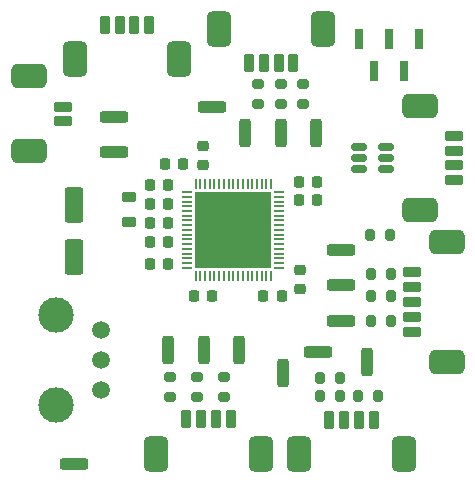
<source format=gbr>
%TF.GenerationSoftware,KiCad,Pcbnew,8.0.5*%
%TF.CreationDate,2024-12-30T22:32:32+01:00*%
%TF.ProjectId,DigitalAudioProcessor,44696769-7461-46c4-9175-64696f50726f,rev?*%
%TF.SameCoordinates,Original*%
%TF.FileFunction,Soldermask,Top*%
%TF.FilePolarity,Negative*%
%FSLAX46Y46*%
G04 Gerber Fmt 4.6, Leading zero omitted, Abs format (unit mm)*
G04 Created by KiCad (PCBNEW 8.0.5) date 2024-12-30 22:32:32*
%MOMM*%
%LPD*%
G01*
G04 APERTURE LIST*
G04 Aperture macros list*
%AMRoundRect*
0 Rectangle with rounded corners*
0 $1 Rounding radius*
0 $2 $3 $4 $5 $6 $7 $8 $9 X,Y pos of 4 corners*
0 Add a 4 corners polygon primitive as box body*
4,1,4,$2,$3,$4,$5,$6,$7,$8,$9,$2,$3,0*
0 Add four circle primitives for the rounded corners*
1,1,$1+$1,$2,$3*
1,1,$1+$1,$4,$5*
1,1,$1+$1,$6,$7*
1,1,$1+$1,$8,$9*
0 Add four rect primitives between the rounded corners*
20,1,$1+$1,$2,$3,$4,$5,0*
20,1,$1+$1,$4,$5,$6,$7,0*
20,1,$1+$1,$6,$7,$8,$9,0*
20,1,$1+$1,$8,$9,$2,$3,0*%
G04 Aperture macros list end*
%ADD10C,1.500000*%
%ADD11C,3.000000*%
%ADD12R,6.400000X6.400000*%
%ADD13RoundRect,0.062500X-0.062500X-0.400000X0.062500X-0.400000X0.062500X0.400000X-0.062500X0.400000X0*%
%ADD14RoundRect,0.062500X-0.400000X-0.062500X0.400000X-0.062500X0.400000X0.062500X-0.400000X0.062500X0*%
%ADD15RoundRect,0.150000X0.512500X0.150000X-0.512500X0.150000X-0.512500X-0.150000X0.512500X-0.150000X0*%
%ADD16RoundRect,0.237500X-0.987500X-0.237500X0.987500X-0.237500X0.987500X0.237500X-0.987500X0.237500X0*%
%ADD17RoundRect,0.237500X-0.237500X0.987500X-0.237500X-0.987500X0.237500X-0.987500X0.237500X0.987500X0*%
%ADD18RoundRect,0.237500X0.237500X-0.987500X0.237500X0.987500X-0.237500X0.987500X-0.237500X-0.987500X0*%
%ADD19RoundRect,0.237500X0.987500X0.237500X-0.987500X0.237500X-0.987500X-0.237500X0.987500X-0.237500X0*%
%ADD20RoundRect,0.200000X-0.200000X-0.275000X0.200000X-0.275000X0.200000X0.275000X-0.200000X0.275000X0*%
%ADD21RoundRect,0.200000X0.200000X0.275000X-0.200000X0.275000X-0.200000X-0.275000X0.200000X-0.275000X0*%
%ADD22RoundRect,0.200000X0.275000X-0.200000X0.275000X0.200000X-0.275000X0.200000X-0.275000X-0.200000X0*%
%ADD23RoundRect,0.200000X-0.275000X0.200000X-0.275000X-0.200000X0.275000X-0.200000X0.275000X0.200000X0*%
%ADD24RoundRect,0.218750X0.381250X-0.218750X0.381250X0.218750X-0.381250X0.218750X-0.381250X-0.218750X0*%
%ADD25RoundRect,0.200000X-0.600000X0.200000X-0.600000X-0.200000X0.600000X-0.200000X0.600000X0.200000X0*%
%ADD26RoundRect,0.525000X-0.975000X0.525000X-0.975000X-0.525000X0.975000X-0.525000X0.975000X0.525000X0*%
%ADD27RoundRect,0.525000X-0.525000X-0.975000X0.525000X-0.975000X0.525000X0.975000X-0.525000X0.975000X0*%
%ADD28RoundRect,0.200000X-0.200000X-0.600000X0.200000X-0.600000X0.200000X0.600000X-0.200000X0.600000X0*%
%ADD29RoundRect,0.525000X0.525000X0.975000X-0.525000X0.975000X-0.525000X-0.975000X0.525000X-0.975000X0*%
%ADD30RoundRect,0.200000X0.200000X0.600000X-0.200000X0.600000X-0.200000X-0.600000X0.200000X-0.600000X0*%
%ADD31RoundRect,0.525000X0.975000X-0.525000X0.975000X0.525000X-0.975000X0.525000X-0.975000X-0.525000X0*%
%ADD32RoundRect,0.200000X0.600000X-0.200000X0.600000X0.200000X-0.600000X0.200000X-0.600000X-0.200000X0*%
%ADD33R,0.650000X1.800000*%
%ADD34RoundRect,0.250000X-0.550000X1.250000X-0.550000X-1.250000X0.550000X-1.250000X0.550000X1.250000X0*%
%ADD35RoundRect,0.225000X0.250000X-0.225000X0.250000X0.225000X-0.250000X0.225000X-0.250000X-0.225000X0*%
%ADD36RoundRect,0.225000X-0.225000X-0.250000X0.225000X-0.250000X0.225000X0.250000X-0.225000X0.250000X0*%
%ADD37RoundRect,0.225000X0.225000X0.250000X-0.225000X0.250000X-0.225000X-0.250000X0.225000X-0.250000X0*%
G04 APERTURE END LIST*
D10*
%TO.C,U1*%
X138450000Y-107460000D03*
X138450000Y-110000000D03*
X138450000Y-112540000D03*
D11*
X134700000Y-106190000D03*
X134700000Y-113810000D03*
%TD*%
D12*
%TO.C,U3*%
X149700000Y-99000000D03*
D13*
X146500000Y-95112500D03*
X146900000Y-95112500D03*
X147300000Y-95112500D03*
X147700000Y-95112500D03*
X148100000Y-95112500D03*
X148500000Y-95112500D03*
X148900000Y-95112500D03*
X149300000Y-95112500D03*
X149700000Y-95112500D03*
X150100000Y-95112500D03*
X150500000Y-95112500D03*
X150900000Y-95112500D03*
X151300000Y-95112500D03*
X151700000Y-95112500D03*
X152100000Y-95112500D03*
X152500000Y-95112500D03*
X152900000Y-95112500D03*
D14*
X153587500Y-95800000D03*
X153587500Y-96200000D03*
X153587500Y-96600000D03*
X153587500Y-97000000D03*
X153587500Y-97400000D03*
X153587500Y-97800000D03*
X153587500Y-98200000D03*
X153587500Y-98600000D03*
X153587500Y-99000000D03*
X153587500Y-99400000D03*
X153587500Y-99800000D03*
X153587500Y-100200000D03*
X153587500Y-100600000D03*
X153587500Y-101000000D03*
X153587500Y-101400000D03*
X153587500Y-101800000D03*
X153587500Y-102200000D03*
D13*
X152900000Y-102887500D03*
X152500000Y-102887500D03*
X152100000Y-102887500D03*
X151700000Y-102887500D03*
X151300000Y-102887500D03*
X150900000Y-102887500D03*
X150500000Y-102887500D03*
X150100000Y-102887500D03*
X149700000Y-102887500D03*
X149300000Y-102887500D03*
X148900000Y-102887500D03*
X148500000Y-102887500D03*
X148100000Y-102887500D03*
X147700000Y-102887500D03*
X147300000Y-102887500D03*
X146900000Y-102887500D03*
X146500000Y-102887500D03*
D14*
X145812500Y-102200000D03*
X145812500Y-101800000D03*
X145812500Y-101400000D03*
X145812500Y-101000000D03*
X145812500Y-100600000D03*
X145812500Y-100200000D03*
X145812500Y-99800000D03*
X145812500Y-99400000D03*
X145812500Y-99000000D03*
X145812500Y-98600000D03*
X145812500Y-98200000D03*
X145812500Y-97800000D03*
X145812500Y-97400000D03*
X145812500Y-97000000D03*
X145812500Y-96600000D03*
X145812500Y-96200000D03*
X145812500Y-95800000D03*
%TD*%
D15*
%TO.C,U2*%
X160362500Y-93850000D03*
X160362500Y-92900000D03*
X160362500Y-91950000D03*
X162637500Y-91950000D03*
X162637500Y-92900000D03*
X162637500Y-93850000D03*
%TD*%
D16*
%TO.C,TP16*%
X156900000Y-109300000D03*
%TD*%
D17*
%TO.C,TP15*%
X161000000Y-110200000D03*
%TD*%
%TO.C,TP14*%
X153900000Y-111100000D03*
%TD*%
D16*
%TO.C,TP13*%
X139600000Y-92400000D03*
%TD*%
%TO.C,TP12*%
X139600000Y-89400000D03*
%TD*%
%TO.C,TP11*%
X147900000Y-88600000D03*
%TD*%
D18*
%TO.C,TP10*%
X156700000Y-90800000D03*
%TD*%
%TO.C,TP9*%
X150700000Y-90800000D03*
%TD*%
%TO.C,TP8*%
X153700000Y-90800000D03*
%TD*%
D19*
%TO.C,TP7*%
X136200000Y-118800000D03*
%TD*%
D17*
%TO.C,TP6*%
X144200000Y-109200000D03*
%TD*%
%TO.C,TP5*%
X150200000Y-109200000D03*
%TD*%
%TO.C,TP4*%
X147200000Y-109200000D03*
%TD*%
D16*
%TO.C,TP3*%
X158800000Y-106700000D03*
%TD*%
%TO.C,TP2*%
X158800000Y-103700000D03*
%TD*%
%TO.C,TP1*%
X158800000Y-100700000D03*
%TD*%
D20*
%TO.C,R14*%
X157075000Y-113100000D03*
X158725000Y-113100000D03*
%TD*%
D21*
%TO.C,R13*%
X161925000Y-113100000D03*
X160275000Y-113100000D03*
%TD*%
D20*
%TO.C,R12*%
X157075000Y-111500000D03*
X158725000Y-111500000D03*
%TD*%
D22*
%TO.C,R11*%
X155600000Y-88325000D03*
X155600000Y-86675000D03*
%TD*%
%TO.C,R10*%
X151800000Y-88325000D03*
X151800000Y-86675000D03*
%TD*%
%TO.C,R9*%
X153700000Y-88325000D03*
X153700000Y-86675000D03*
%TD*%
D23*
%TO.C,R8*%
X144300000Y-111475000D03*
X144300000Y-113125000D03*
%TD*%
%TO.C,R7*%
X148900000Y-111475000D03*
X148900000Y-113125000D03*
%TD*%
%TO.C,R6*%
X146600000Y-111475000D03*
X146600000Y-113125000D03*
%TD*%
D20*
%TO.C,R5*%
X161375000Y-106700000D03*
X163025000Y-106700000D03*
%TD*%
%TO.C,R4*%
X161375000Y-104600000D03*
X163025000Y-104600000D03*
%TD*%
%TO.C,R3*%
X161375000Y-102700000D03*
X163025000Y-102700000D03*
%TD*%
%TO.C,R2*%
X161275000Y-99400000D03*
X162925000Y-99400000D03*
%TD*%
D24*
%TO.C,L1*%
X140900000Y-98362500D03*
X140900000Y-96237500D03*
%TD*%
D25*
%TO.C,J8*%
X135300000Y-89800000D03*
X135300000Y-88550000D03*
D26*
X132400000Y-86000000D03*
X132400000Y-92350000D03*
%TD*%
D27*
%TO.C,J7*%
X164125000Y-117950000D03*
X155275000Y-117950000D03*
D28*
X157825000Y-115050000D03*
X159075000Y-115050000D03*
X160325000Y-115050000D03*
X161575000Y-115050000D03*
%TD*%
D27*
%TO.C,J6*%
X145125000Y-84550000D03*
X136275000Y-84550000D03*
D28*
X138825000Y-81650000D03*
X140075000Y-81650000D03*
X141325000Y-81650000D03*
X142575000Y-81650000D03*
%TD*%
D29*
%TO.C,J5*%
X148475000Y-81950000D03*
X157325000Y-81950000D03*
D30*
X154775000Y-84850000D03*
X153525000Y-84850000D03*
X152275000Y-84850000D03*
X151025000Y-84850000D03*
%TD*%
D25*
%TO.C,J4*%
X168362500Y-94775000D03*
X168362500Y-93525000D03*
X168362500Y-92275000D03*
X168362500Y-91025000D03*
D26*
X165462500Y-88475000D03*
X165462500Y-97325000D03*
%TD*%
D27*
%TO.C,J3*%
X152025000Y-117937500D03*
X143175000Y-117937500D03*
D28*
X145725000Y-115037500D03*
X146975000Y-115037500D03*
X148225000Y-115037500D03*
X149475000Y-115037500D03*
%TD*%
D31*
%TO.C,J2*%
X167750000Y-100050000D03*
X167750000Y-110150000D03*
D32*
X164850000Y-107600000D03*
X164850000Y-106350000D03*
X164850000Y-105100000D03*
X164850000Y-103850000D03*
X164850000Y-102600000D03*
%TD*%
D33*
%TO.C,J1*%
X165440000Y-82850000D03*
X164170000Y-85550000D03*
X162900000Y-82850000D03*
X161630000Y-85550000D03*
X160360000Y-82850000D03*
%TD*%
D34*
%TO.C,C22*%
X136200000Y-101300000D03*
X136200000Y-96900000D03*
%TD*%
D35*
%TO.C,C21*%
X147100000Y-93475000D03*
X147100000Y-91925000D03*
%TD*%
D36*
%TO.C,C20*%
X155225000Y-96500000D03*
X156775000Y-96500000D03*
%TD*%
%TO.C,C19*%
X152225000Y-104600000D03*
X153775000Y-104600000D03*
%TD*%
D37*
%TO.C,C18*%
X144175000Y-96800000D03*
X142625000Y-96800000D03*
%TD*%
D36*
%TO.C,C12*%
X142625000Y-98400000D03*
X144175000Y-98400000D03*
%TD*%
%TO.C,C11*%
X142625000Y-101900000D03*
X144175000Y-101900000D03*
%TD*%
%TO.C,C10*%
X143925000Y-93400000D03*
X145475000Y-93400000D03*
%TD*%
D37*
%TO.C,C9*%
X156775000Y-94900000D03*
X155225000Y-94900000D03*
%TD*%
D35*
%TO.C,C8*%
X155300000Y-103975000D03*
X155300000Y-102425000D03*
%TD*%
D36*
%TO.C,C7*%
X142625000Y-95200000D03*
X144175000Y-95200000D03*
%TD*%
%TO.C,C4*%
X146325000Y-104600000D03*
X147875000Y-104600000D03*
%TD*%
%TO.C,C3*%
X142625000Y-100000000D03*
X144175000Y-100000000D03*
%TD*%
M02*

</source>
